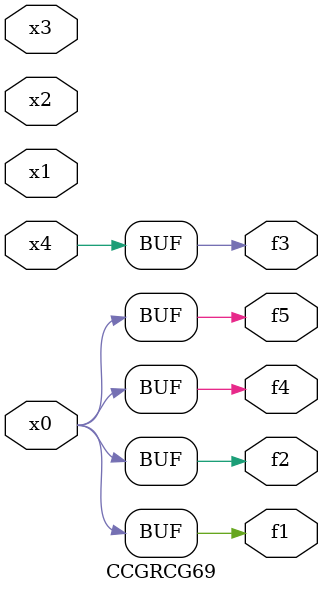
<source format=v>
module CCGRCG69(
	input x0, x1, x2, x3, x4,
	output f1, f2, f3, f4, f5
);
	assign f1 = x0;
	assign f2 = x0;
	assign f3 = x4;
	assign f4 = x0;
	assign f5 = x0;
endmodule

</source>
